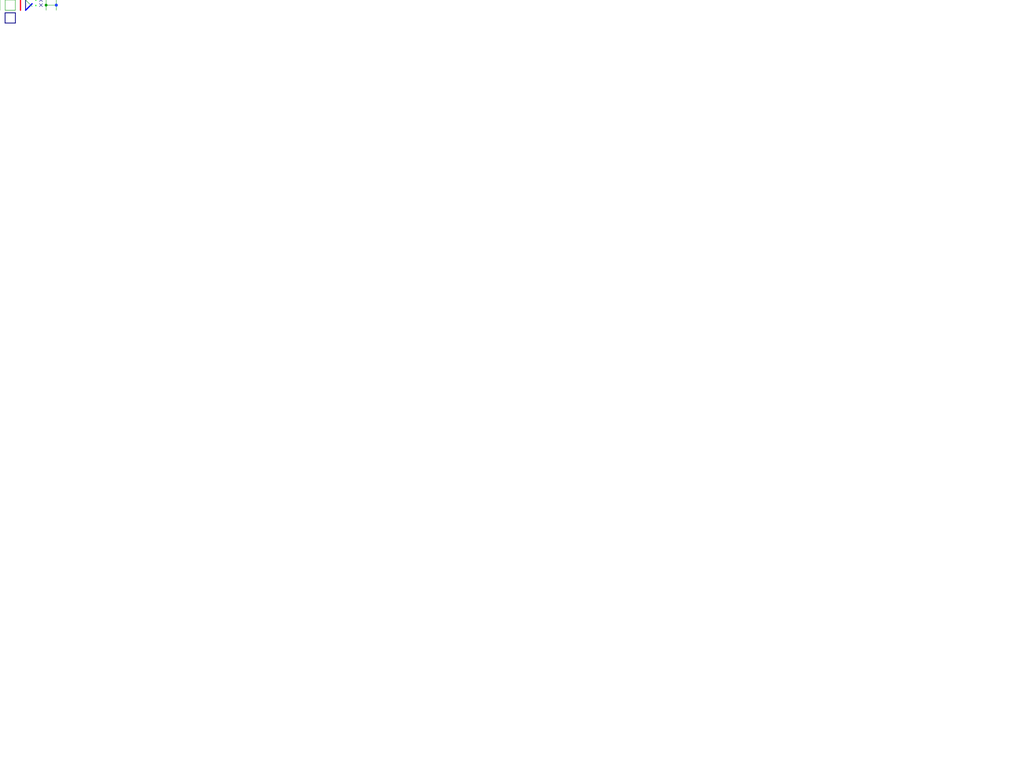
<source format=kicad_sch>
(kicad_sch (version 20211123) (generator eeschema)
  (paper "User" 399.999 299.999)
  (title_block (title "page title") (date "2023-02-03") (rev "v1") (company "company") (comment 1 "comment 1") (comment 3 "comment 3") (comment 5 "comment 5") (comment 7 "comment 7") (comment 9 "comment 9"))
  (lib_symbols)
  (bus_alias "abusalias" (members "member1" "member2"))
  (junction (at 22 2) (diameter 1) (color 23 59 255 1))
  (junction (at 18 2))
  (no_connect (at 16 0))
  (no_connect (at 16 2))
  (bus_entry (at 10 0) (size 2.54 2.54))
  (bus_entry (at 10 4) (size 2.54 -2.54) (stroke (width 0.5) (type dash_dot) (color 0 0 255 1)))
  (wire (pts (xy 18 2) (xy 18 4)))
  (wire (pts (xy 6 4) (xy 6 0)))
  (wire (pts (xy 18 0) (xy 18 2)))
  (bus (pts (xy 6 5) (xy 6 9)))
  (wire (pts (xy 2 0) (xy 6 0)))
  (bus (pts (xy 2 9) (xy 2 5)))
  (wire (pts (xy 8 0) (xy 8 4)) (stroke (width 0.5) (type dash) (color 255 15 31 1)))
  (bus (pts (xy 10 0) (xy 10 4)))
  (bus (pts (xy 2 5) (xy 6 5)))
  (wire (pts (xy 2 4) (xy 6 4)))
  (wire (pts (xy 2 0) (xy 2 4)))
  (bus (pts (xy 2 9) (xy 6 9)))
  (wire (pts (xy 0 0) (xy 0 4)))
  (bus (pts (xy 14 0) (xy 14 4)) (stroke (width 0.5) (type dot) (color 47 255 42 1)))
  (wire (pts (xy 22 2) (xy 22 4)))
  (wire (pts (xy 22 0) (xy 22 2)))
  (wire (pts (xy 18 2) (xy 22 2)))
)
</source>
